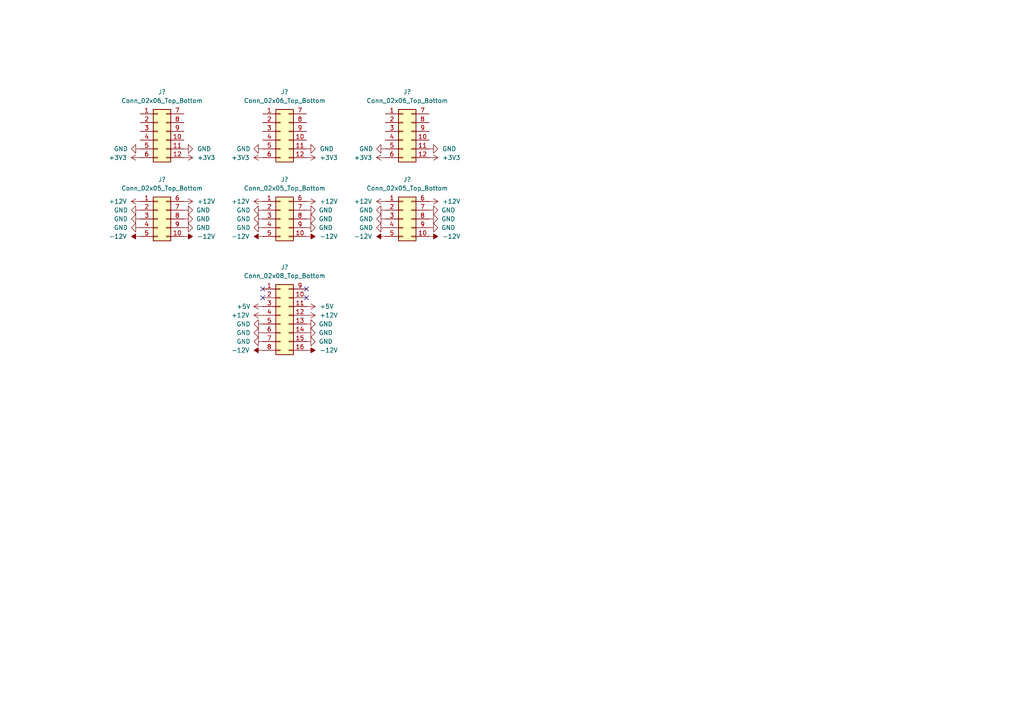
<source format=kicad_sch>
(kicad_sch (version 20211123) (generator eeschema)
  (paper "A4")
  (lib_symbols
    (symbol "Connector_Generic:Conn_02x05_Top_Bottom" (pin_names (offset 1.016) hide)
      (property "Reference" "J" (at 1.27 7.62 0))
      (property "Value" "Conn_02x05_Top_Bottom" (at 1.27 -7.62 0))
      (symbol "Conn_02x05_Top_Bottom_1_1"
        (rectangle (start -1.27 -4.953) (end 0 -5.207) (stroke (width 0.1524)))
        (rectangle (start -1.27 -2.413) (end 0 -2.667) (stroke (width 0.1524)))
        (rectangle (start -1.27 0.127) (end 0 -0.127) (stroke (width 0.1524)))
        (rectangle (start -1.27 2.667) (end 0 2.413) (stroke (width 0.1524)))
        (rectangle (start -1.27 5.207) (end 0 4.953) (stroke (width 0.1524)))
        (rectangle (start -1.27 6.35) (end 3.81 -6.35) (stroke (width 0.254)) (fill (type background)))
        (rectangle (start 3.81 -4.953) (end 2.54 -5.207) (stroke (width 0.1524)))
        (rectangle (start 3.81 -2.413) (end 2.54 -2.667) (stroke (width 0.1524)))
        (rectangle (start 3.81 0.127) (end 2.54 -0.127) (stroke (width 0.1524)))
        (rectangle (start 3.81 2.667) (end 2.54 2.413) (stroke (width 0.1524)))
        (rectangle (start 3.81 5.207) (end 2.54 4.953) (stroke (width 0.1524)))
        (pin passive line (at -5.08 5.08 0) (length 3.81) (name "Pin_1") (number "1"))
        (pin passive line (at 7.62 -5.08 180) (length 3.81) (name "Pin_10") (number "10"))
        (pin passive line (at -5.08 2.54 0) (length 3.81) (name "Pin_2") (number "2"))
        (pin passive line (at -5.08 0 0) (length 3.81) (name "Pin_3") (number "3"))
        (pin passive line (at -5.08 -2.54 0) (length 3.81) (name "Pin_4") (number "4"))
        (pin passive line (at -5.08 -5.08 0) (length 3.81) (name "Pin_5") (number "5"))
        (pin passive line (at 7.62 5.08 180) (length 3.81) (name "Pin_6") (number "6"))
        (pin passive line (at 7.62 2.54 180) (length 3.81) (name "Pin_7") (number "7"))
        (pin passive line (at 7.62 0 180) (length 3.81) (name "Pin_8") (number "8"))
        (pin passive line (at 7.62 -2.54 180) (length 3.81) (name "Pin_9") (number "9"))
      )
    )
    (symbol "Connector_Generic:Conn_02x06_Top_Bottom" (pin_names (offset 1.016) hide)
      (property "Reference" "J" (at 1.27 7.62 0))
      (property "Value" "Conn_02x06_Top_Bottom" (at 1.27 -10.16 0))
      (symbol "Conn_02x06_Top_Bottom_1_1"
        (rectangle (start -1.27 -7.493) (end 0 -7.747) (stroke (width 0.1524)))
        (rectangle (start -1.27 -4.953) (end 0 -5.207) (stroke (width 0.1524)))
        (rectangle (start -1.27 -2.413) (end 0 -2.667) (stroke (width 0.1524)))
        (rectangle (start -1.27 0.127) (end 0 -0.127) (stroke (width 0.1524)))
        (rectangle (start -1.27 2.667) (end 0 2.413) (stroke (width 0.1524)))
        (rectangle (start -1.27 5.207) (end 0 4.953) (stroke (width 0.1524)))
        (rectangle (start -1.27 6.35) (end 3.81 -8.89) (stroke (width 0.254)) (fill (type background)))
        (rectangle (start 3.81 -7.493) (end 2.54 -7.747) (stroke (width 0.1524)))
        (rectangle (start 3.81 -4.953) (end 2.54 -5.207) (stroke (width 0.1524)))
        (rectangle (start 3.81 -2.413) (end 2.54 -2.667) (stroke (width 0.1524)))
        (rectangle (start 3.81 0.127) (end 2.54 -0.127) (stroke (width 0.1524)))
        (rectangle (start 3.81 2.667) (end 2.54 2.413) (stroke (width 0.1524)))
        (rectangle (start 3.81 5.207) (end 2.54 4.953) (stroke (width 0.1524)))
        (pin passive line (at -5.08 5.08 0) (length 3.81) (name "Pin_1") (number "1"))
        (pin passive line (at 7.62 -2.54 180) (length 3.81) (name "Pin_10") (number "10"))
        (pin passive line (at 7.62 -5.08 180) (length 3.81) (name "Pin_11") (number "11"))
        (pin passive line (at 7.62 -7.62 180) (length 3.81) (name "Pin_12") (number "12"))
        (pin passive line (at -5.08 2.54 0) (length 3.81) (name "Pin_2") (number "2"))
        (pin passive line (at -5.08 0 0) (length 3.81) (name "Pin_3") (number "3"))
        (pin passive line (at -5.08 -2.54 0) (length 3.81) (name "Pin_4") (number "4"))
        (pin passive line (at -5.08 -5.08 0) (length 3.81) (name "Pin_5") (number "5"))
        (pin passive line (at -5.08 -7.62 0) (length 3.81) (name "Pin_6") (number "6"))
        (pin passive line (at 7.62 5.08 180) (length 3.81) (name "Pin_7") (number "7"))
        (pin passive line (at 7.62 2.54 180) (length 3.81) (name "Pin_8") (number "8"))
        (pin passive line (at 7.62 0 180) (length 3.81) (name "Pin_9") (number "9"))
      )
    )
    (symbol "Connector_Generic:Conn_02x08_Top_Bottom" (pin_names (offset 1.016) hide)
      (property "Reference" "J" (at 1.27 10.16 0))
      (property "Value" "Conn_02x08_Top_Bottom" (at 1.27 -12.7 0))
      (symbol "Conn_02x08_Top_Bottom_1_1"
        (rectangle (start -1.27 -10.033) (end 0 -10.287) (stroke (width 0.1524)))
        (rectangle (start -1.27 -7.493) (end 0 -7.747) (stroke (width 0.1524)))
        (rectangle (start -1.27 -4.953) (end 0 -5.207) (stroke (width 0.1524)))
        (rectangle (start -1.27 -2.413) (end 0 -2.667) (stroke (width 0.1524)))
        (rectangle (start -1.27 0.127) (end 0 -0.127) (stroke (width 0.1524)))
        (rectangle (start -1.27 2.667) (end 0 2.413) (stroke (width 0.1524)))
        (rectangle (start -1.27 5.207) (end 0 4.953) (stroke (width 0.1524)))
        (rectangle (start -1.27 7.747) (end 0 7.493) (stroke (width 0.1524)))
        (rectangle (start -1.27 8.89) (end 3.81 -11.43) (stroke (width 0.254)) (fill (type background)))
        (rectangle (start 3.81 -10.033) (end 2.54 -10.287) (stroke (width 0.1524)))
        (rectangle (start 3.81 -7.493) (end 2.54 -7.747) (stroke (width 0.1524)))
        (rectangle (start 3.81 -4.953) (end 2.54 -5.207) (stroke (width 0.1524)))
        (rectangle (start 3.81 -2.413) (end 2.54 -2.667) (stroke (width 0.1524)))
        (rectangle (start 3.81 0.127) (end 2.54 -0.127) (stroke (width 0.1524)))
        (rectangle (start 3.81 2.667) (end 2.54 2.413) (stroke (width 0.1524)))
        (rectangle (start 3.81 5.207) (end 2.54 4.953) (stroke (width 0.1524)))
        (rectangle (start 3.81 7.747) (end 2.54 7.493) (stroke (width 0.1524)))
        (pin passive line (at -5.08 7.62 0) (length 3.81) (name "Pin_1") (number "1"))
        (pin passive line (at 7.62 5.08 180) (length 3.81) (name "Pin_10") (number "10"))
        (pin passive line (at 7.62 2.54 180) (length 3.81) (name "Pin_11") (number "11"))
        (pin passive line (at 7.62 0 180) (length 3.81) (name "Pin_12") (number "12"))
        (pin passive line (at 7.62 -2.54 180) (length 3.81) (name "Pin_13") (number "13"))
        (pin passive line (at 7.62 -5.08 180) (length 3.81) (name "Pin_14") (number "14"))
        (pin passive line (at 7.62 -7.62 180) (length 3.81) (name "Pin_15") (number "15"))
        (pin passive line (at 7.62 -10.16 180) (length 3.81) (name "Pin_16") (number "16"))
        (pin passive line (at -5.08 5.08 0) (length 3.81) (name "Pin_2") (number "2"))
        (pin passive line (at -5.08 2.54 0) (length 3.81) (name "Pin_3") (number "3"))
        (pin passive line (at -5.08 0 0) (length 3.81) (name "Pin_4") (number "4"))
        (pin passive line (at -5.08 -2.54 0) (length 3.81) (name "Pin_5") (number "5"))
        (pin passive line (at -5.08 -5.08 0) (length 3.81) (name "Pin_6") (number "6"))
        (pin passive line (at -5.08 -7.62 0) (length 3.81) (name "Pin_7") (number "7"))
        (pin passive line (at -5.08 -10.16 0) (length 3.81) (name "Pin_8") (number "8"))
        (pin passive line (at 7.62 7.62 180) (length 3.81) (name "Pin_9") (number "9"))
      )
    )
    (symbol "power:+12V" (power) (pin_names (offset 0))
      (property "Value" "+12V" (at 0 3.556 0))
      (symbol "+12V_0_1"
        (polyline (pts (xy -0.762 1.27) (xy 0 2.54)))
        (polyline (pts (xy 0 0) (xy 0 2.54)))
        (polyline (pts (xy 0 2.54) (xy 0.762 1.27)))
      )
      (symbol "+12V_1_1"
        (pin power_in line (at 0 0 90) (length 0) hide (name "+12V") (number "1"))
      )
    )
    (symbol "power:+3V3" (power) (pin_names (offset 0))
      (property "Value" "+3V3" (at 0 3.556 0))
      (symbol "+3V3_0_1"
        (polyline (pts (xy -0.762 1.27) (xy 0 2.54)))
        (polyline (pts (xy 0 0) (xy 0 2.54)))
        (polyline (pts (xy 0 2.54) (xy 0.762 1.27)))
      )
      (symbol "+3V3_1_1"
        (pin power_in line (at 0 0 90) (length 0) hide (name "+3V3") (number "1"))
      )
    )
    (symbol "power:+5V" (power) (pin_names (offset 0))
      (property "Value" "+5V" (at 0 3.556 0))
      (symbol "+5V_0_1"
        (polyline (pts (xy -0.762 1.27) (xy 0 2.54)))
        (polyline (pts (xy 0 0) (xy 0 2.54)))
        (polyline (pts (xy 0 2.54) (xy 0.762 1.27)))
      )
      (symbol "+5V_1_1"
        (pin power_in line (at 0 0 90) (length 0) hide (name "+5V") (number "1"))
      )
    )
    (symbol "power:-12V" (power) (pin_names (offset 0))
      (property "Value" "-12V" (at 0 3.81 0))
      (symbol "-12V_0_0"
        (pin power_in line (at 0 0 90) (length 0) hide (name "-12V") (number "1"))
      )
      (symbol "-12V_0_1"
        (polyline (pts (xy 0 0) (xy 0 1.27) (xy 0.762 1.27) (xy 0 2.54) (xy -0.762 1.27) (xy 0 1.27)) (fill (type outline)))
      )
    )
    (symbol "power:GND" (power) (pin_names (offset 0))
      (property "Value" "GND" (at 0 -3.81 0))
      (symbol "GND_0_1"
        (polyline (pts (xy 0 0) (xy 0 -1.27) (xy 1.27 -1.27) (xy 0 -2.54) (xy -1.27 -1.27) (xy 0 -1.27)))
      )
      (symbol "GND_1_1"
        (pin power_in line (at 0 0 270) (length 0) hide (name "GND") (number "1"))
      )
    )
  )
  (no_connect (at 88.9 86.36))
  (no_connect (at 76.2 86.36))
  (no_connect (at 88.9 83.82))
  (no_connect (at 76.2 83.82))
  (symbol (lib_id "power:GND") (at 111.76 63.5 270) (unit 1)
    (property "Reference" "#PWR0118" (effects hide))
    (property "Value" "GND" (at 104.14 63.5 90) (effects (justify left)))
  )
  (symbol (lib_id "Connector_Generic:Conn_02x05_Top_Bottom") (at 45.72 63.5 0) (unit 1)
    (property "Reference" "J?" (at 46.99 52.07 0))
    (property "Value" "Conn_02x05_Top_Bottom" (at 46.99 54.61 0))
    (property "Footprint" "Connector_PinSocket_2.54mm:PinSocket_2x05_P2.54mm_Vertical_SMD" (effects hide))
  )
  (symbol (lib_id "power:GND") (at 53.34 66.04 90) (unit 1)
    (property "Reference" "#PWR0151" (effects hide))
    (property "Value" "GND" (at 60.96 66.04 90) (effects (justify left)))
  )
  (symbol (lib_id "power:GND") (at 40.64 63.5 270) (unit 1)
    (property "Reference" "#PWR0145" (effects hide))
    (property "Value" "GND" (at 33.02 63.5 90) (effects (justify left)))
  )
  (symbol (lib_id "power:+3V3") (at 88.9 45.72 270) (unit 1)
    (property "Reference" "#PWR0119" (effects hide))
    (property "Value" "+3V3" (at 92.71 45.7199 90) (effects (justify left)))
  )
  (symbol (lib_id "Connector_Generic:Conn_02x06_Top_Bottom") (at 116.84 38.1 0) (unit 1)
    (property "Reference" "J?" (at 118.11 26.67 0))
    (property "Value" "Conn_02x06_Top_Bottom" (at 118.11 29.21 0))
    (property "Footprint" "Connector_PinSocket_2.54mm:PinSocket_2x06_P2.54mm_Vertical_SMD" (effects hide))
  )
  (symbol (lib_id "power:GND") (at 53.34 60.96 90) (unit 1)
    (property "Reference" "#PWR0152" (effects hide))
    (property "Value" "GND" (at 60.96 60.96 90) (effects (justify left)))
  )
  (symbol (lib_id "power:+12V") (at 88.9 91.44 270) (unit 1)
    (property "Reference" "#PWR0125" (effects hide))
    (property "Value" "+12V" (at 92.71 91.4399 90) (effects (justify left)))
  )
  (symbol (lib_id "power:GND") (at 88.9 66.04 90) (unit 1)
    (property "Reference" "#PWR0107" (effects hide))
    (property "Value" "GND" (at 96.52 66.04 90) (effects (justify left)))
  )
  (symbol (lib_id "power:GND") (at 124.46 43.18 90) (unit 1)
    (property "Reference" "#PWR0104" (effects hide))
    (property "Value" "GND" (at 128.27 43.1799 90) (effects (justify right)))
  )
  (symbol (lib_id "power:-12V") (at 76.2 68.58 90) (unit 1)
    (property "Reference" "#PWR0142" (effects hide))
    (property "Value" "-12V" (at 72.39 68.5799 90) (effects (justify left)))
  )
  (symbol (lib_id "power:GND") (at 76.2 63.5 270) (unit 1)
    (property "Reference" "#PWR0143" (effects hide))
    (property "Value" "GND" (at 68.58 63.5 90) (effects (justify left)))
  )
  (symbol (lib_id "power:GND") (at 88.9 63.5 90) (unit 1)
    (property "Reference" "#PWR0105" (effects hide))
    (property "Value" "GND" (at 96.52 63.5 90) (effects (justify left)))
  )
  (symbol (lib_id "power:GND") (at 76.2 60.96 270) (unit 1)
    (property "Reference" "#PWR0140" (effects hide))
    (property "Value" "GND" (at 68.58 60.96 90) (effects (justify left)))
  )
  (symbol (lib_id "power:GND") (at 76.2 66.04 270) (unit 1)
    (property "Reference" "#PWR0141" (effects hide))
    (property "Value" "GND" (at 68.58 66.04 90) (effects (justify left)))
  )
  (symbol (lib_id "power:-12V") (at 124.46 68.58 270) (unit 1)
    (property "Reference" "#PWR0110" (effects hide))
    (property "Value" "-12V" (at 128.27 68.5799 90) (effects (justify left)))
  )
  (symbol (lib_id "power:+12V") (at 88.9 58.42 270) (unit 1)
    (property "Reference" "#PWR0121" (effects hide))
    (property "Value" "+12V" (at 92.71 58.4199 90) (effects (justify left)))
  )
  (symbol (lib_id "power:GND") (at 88.9 60.96 90) (unit 1)
    (property "Reference" "#PWR0108" (effects hide))
    (property "Value" "GND" (at 96.52 60.96 90) (effects (justify left)))
  )
  (symbol (lib_id "power:-12V") (at 53.34 68.58 270) (unit 1)
    (property "Reference" "#PWR0153" (effects hide))
    (property "Value" "-12V" (at 57.15 68.5799 90) (effects (justify left)))
  )
  (symbol (lib_id "power:GND") (at 76.2 93.98 270) (mirror x) (unit 1)
    (property "Reference" "#PWR0132" (effects hide))
    (property "Value" "GND" (at 68.58 93.98 90) (effects (justify left)))
  )
  (symbol (lib_id "power:GND") (at 88.9 96.52 90) (unit 1)
    (property "Reference" "#PWR0126" (effects hide))
    (property "Value" "GND" (at 96.52 96.52 90) (effects (justify left)))
  )
  (symbol (lib_id "power:GND") (at 88.9 43.18 90) (unit 1)
    (property "Reference" "#PWR0120" (effects hide))
    (property "Value" "GND" (at 92.71 43.1799 90) (effects (justify right)))
  )
  (symbol (lib_id "power:+12V") (at 40.64 58.42 90) (unit 1)
    (property "Reference" "#PWR0148" (effects hide))
    (property "Value" "+12V" (at 36.83 58.4199 90) (effects (justify left)))
  )
  (symbol (lib_id "power:+12V") (at 111.76 58.42 90) (unit 1)
    (property "Reference" "#PWR0114" (effects hide))
    (property "Value" "+12V" (at 107.95 58.4199 90) (effects (justify left)))
  )
  (symbol (lib_id "power:-12V") (at 40.64 68.58 90) (unit 1)
    (property "Reference" "#PWR0149" (effects hide))
    (property "Value" "-12V" (at 36.83 68.5799 90) (effects (justify left)))
  )
  (symbol (lib_id "power:GND") (at 53.34 63.5 90) (unit 1)
    (property "Reference" "#PWR0150" (effects hide))
    (property "Value" "GND" (at 60.96 63.5 90) (effects (justify left)))
  )
  (symbol (lib_id "power:GND") (at 53.34 43.18 90) (unit 1)
    (property "Reference" "#PWR0135" (effects hide))
    (property "Value" "GND" (at 57.15 43.1799 90) (effects (justify right)))
  )
  (symbol (lib_id "Connector_Generic:Conn_02x06_Top_Bottom") (at 81.28 38.1 0) (unit 1)
    (property "Reference" "J?" (at 82.55 26.67 0))
    (property "Value" "Conn_02x06_Top_Bottom" (at 82.55 29.21 0))
    (property "Footprint" "Connector_PinSocket_2.54mm:PinSocket_2x06_P2.54mm_Vertical_SMD" (effects hide))
  )
  (symbol (lib_id "power:+12V") (at 76.2 58.42 90) (unit 1)
    (property "Reference" "#PWR0138" (effects hide))
    (property "Value" "+12V" (at 72.39 58.4199 90) (effects (justify left)))
  )
  (symbol (lib_id "Connector_Generic:Conn_02x05_Top_Bottom") (at 116.84 63.5 0) (unit 1)
    (property "Reference" "J?" (at 118.11 52.07 0))
    (property "Value" "Conn_02x05_Top_Bottom" (at 118.11 54.61 0))
    (property "Footprint" "Connector_PinSocket_2.54mm:PinSocket_2x05_P2.54mm_Vertical_SMD" (effects hide))
  )
  (symbol (lib_id "power:GND") (at 88.9 99.06 90) (unit 1)
    (property "Reference" "#PWR0124" (effects hide))
    (property "Value" "GND" (at 96.52 99.06 90) (effects (justify left)))
  )
  (symbol (lib_id "power:GND") (at 40.64 43.18 270) (unit 1)
    (property "Reference" "#PWR0134" (effects hide))
    (property "Value" "GND" (at 33.02 43.18 90) (effects (justify left)))
  )
  (symbol (lib_id "power:+5V") (at 76.2 88.9 90) (unit 1)
    (property "Reference" "#PWR0133" (effects hide))
    (property "Value" "+5V" (at 68.58 88.9 90) (effects (justify right)))
  )
  (symbol (lib_id "power:+12V") (at 124.46 58.42 270) (unit 1)
    (property "Reference" "#PWR0112" (effects hide))
    (property "Value" "+12V" (at 128.27 58.4199 90) (effects (justify left)))
  )
  (symbol (lib_id "power:+5V") (at 88.9 88.9 270) (unit 1)
    (property "Reference" "#PWR0123" (effects hide))
    (property "Value" "+5V" (at 92.71 88.8999 90) (effects (justify left)))
  )
  (symbol (lib_id "power:+3V3") (at 40.64 45.72 90) (unit 1)
    (property "Reference" "#PWR0136" (effects hide))
    (property "Value" "+3V3" (at 36.83 45.7199 90) (effects (justify left)))
  )
  (symbol (lib_id "power:GND") (at 76.2 99.06 270) (mirror x) (unit 1)
    (property "Reference" "#PWR0129" (effects hide))
    (property "Value" "GND" (at 68.58 99.06 90) (effects (justify left)))
  )
  (symbol (lib_id "power:+3V3") (at 111.76 45.72 90) (unit 1)
    (property "Reference" "#PWR0102" (effects hide))
    (property "Value" "+3V3" (at 107.95 45.7199 90) (effects (justify left)))
  )
  (symbol (lib_id "power:+3V3") (at 76.2 45.72 90) (unit 1)
    (property "Reference" "#PWR0144" (effects hide))
    (property "Value" "+3V3" (at 72.39 45.7199 90) (effects (justify left)))
  )
  (symbol (lib_id "Connector_Generic:Conn_02x06_Top_Bottom") (at 45.72 38.1 0) (unit 1)
    (property "Reference" "J?" (at 46.99 26.67 0))
    (property "Value" "Conn_02x06_Top_Bottom" (at 46.99 29.21 0))
    (property "Footprint" "Connector_PinSocket_2.54mm:PinSocket_2x06_P2.54mm_Vertical_SMD" (effects hide))
  )
  (symbol (lib_id "power:GND") (at 124.46 63.5 90) (unit 1)
    (property "Reference" "#PWR0113" (effects hide))
    (property "Value" "GND" (at 132.08 63.5 90) (effects (justify left)))
  )
  (symbol (lib_id "power:+3V3") (at 124.46 45.72 270) (unit 1)
    (property "Reference" "#PWR0101" (effects hide))
    (property "Value" "+3V3" (at 128.27 45.7199 90) (effects (justify left)))
  )
  (symbol (lib_id "power:GND") (at 124.46 66.04 90) (unit 1)
    (property "Reference" "#PWR0109" (effects hide))
    (property "Value" "GND" (at 132.08 66.04 90) (effects (justify left)))
  )
  (symbol (lib_id "power:GND") (at 40.64 66.04 270) (unit 1)
    (property "Reference" "#PWR0146" (effects hide))
    (property "Value" "GND" (at 33.02 66.04 90) (effects (justify left)))
  )
  (symbol (lib_id "power:GND") (at 76.2 96.52 270) (mirror x) (unit 1)
    (property "Reference" "#PWR0131" (effects hide))
    (property "Value" "GND" (at 68.58 96.52 90) (effects (justify left)))
  )
  (symbol (lib_id "power:GND") (at 111.76 60.96 270) (unit 1)
    (property "Reference" "#PWR0116" (effects hide))
    (property "Value" "GND" (at 104.14 60.96 90) (effects (justify left)))
  )
  (symbol (lib_id "power:+12V") (at 76.2 91.44 90) (mirror x) (unit 1)
    (property "Reference" "#PWR0130" (effects hide))
    (property "Value" "+12V" (at 72.39 91.4399 90) (effects (justify left)))
  )
  (symbol (lib_id "Connector_Generic:Conn_02x08_Top_Bottom") (at 81.28 91.44 0) (unit 1)
    (property "Reference" "J?" (at 82.55 77.47 0))
    (property "Value" "Conn_02x08_Top_Bottom" (at 82.55 80.01 0))
    (property "Footprint" "Connector_PinHeader_2.54mm:PinHeader_2x08_P2.54mm_Horizontal" (effects hide))
  )
  (symbol (lib_id "power:-12V") (at 111.76 68.58 90) (unit 1)
    (property "Reference" "#PWR0115" (effects hide))
    (property "Value" "-12V" (at 107.95 68.5799 90) (effects (justify left)))
  )
  (symbol (lib_id "power:-12V") (at 88.9 101.6 270) (unit 1)
    (property "Reference" "#PWR0122" (effects hide))
    (property "Value" "-12V" (at 92.71 101.5999 90) (effects (justify left)))
  )
  (symbol (lib_id "power:GND") (at 40.64 60.96 270) (unit 1)
    (property "Reference" "#PWR0147" (effects hide))
    (property "Value" "GND" (at 33.02 60.96 90) (effects (justify left)))
  )
  (symbol (lib_id "power:GND") (at 76.2 43.18 270) (unit 1)
    (property "Reference" "#PWR0139" (effects hide))
    (property "Value" "GND" (at 68.58 43.18 90) (effects (justify left)))
  )
  (symbol (lib_id "power:+3V3") (at 53.34 45.72 270) (unit 1)
    (property "Reference" "#PWR0137" (effects hide))
    (property "Value" "+3V3" (at 57.15 45.7199 90) (effects (justify left)))
  )
  (symbol (lib_id "power:+12V") (at 53.34 58.42 270) (unit 1)
    (property "Reference" "#PWR0154" (effects hide))
    (property "Value" "+12V" (at 57.15 58.4199 90) (effects (justify left)))
  )
  (symbol (lib_id "power:GND") (at 88.9 93.98 90) (unit 1)
    (property "Reference" "#PWR0127" (effects hide))
    (property "Value" "GND" (at 96.52 93.98 90) (effects (justify left)))
  )
  (symbol (lib_id "power:GND") (at 111.76 66.04 270) (unit 1)
    (property "Reference" "#PWR0117" (effects hide))
    (property "Value" "GND" (at 104.14 66.04 90) (effects (justify left)))
  )
  (symbol (lib_id "power:GND") (at 111.76 43.18 270) (unit 1)
    (property "Reference" "#PWR0103" (effects hide))
    (property "Value" "GND" (at 104.14 43.18 90) (effects (justify left)))
  )
  (symbol (lib_id "power:-12V") (at 76.2 101.6 90) (mirror x) (unit 1)
    (property "Reference" "#PWR0128" (effects hide))
    (property "Value" "-12V" (at 72.39 101.5999 90) (effects (justify left)))
  )
  (symbol (lib_id "Connector_Generic:Conn_02x05_Top_Bottom") (at 81.28 63.5 0) (unit 1)
    (property "Reference" "J?" (at 82.55 52.07 0))
    (property "Value" "Conn_02x05_Top_Bottom" (at 82.55 54.61 0))
    (property "Footprint" "Connector_PinSocket_2.54mm:PinSocket_2x05_P2.54mm_Vertical_SMD" (effects hide))
  )
  (symbol (lib_id "power:-12V") (at 88.9 68.58 270) (unit 1)
    (property "Reference" "#PWR0106" (effects hide))
    (property "Value" "-12V" (at 92.71 68.5799 90) (effects (justify left)))
  )
  (symbol (lib_id "power:GND") (at 124.46 60.96 90) (unit 1)
    (property "Reference" "#PWR0111" (effects hide))
    (property "Value" "GND" (at 132.08 60.96 90) (effects (justify left)))
  )
)
</source>
